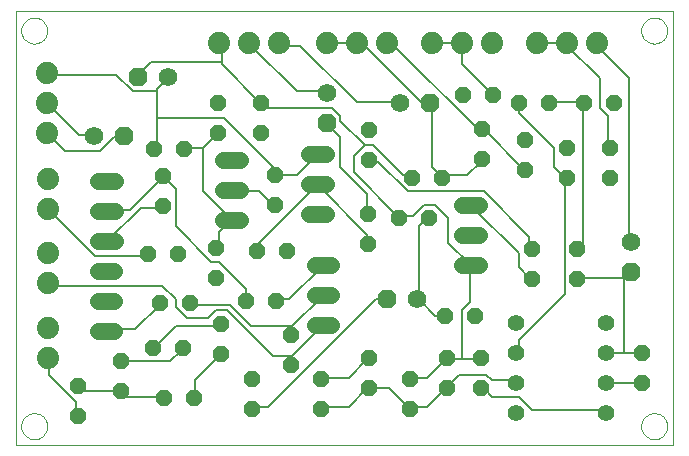
<source format=gtl>
G75*
%MOIN*%
%OFA0B0*%
%FSLAX24Y24*%
%IPPOS*%
%LPD*%
%AMOC8*
5,1,8,0,0,1.08239X$1,22.5*
%
%ADD10C,0.0000*%
%ADD11C,0.0740*%
%ADD12OC8,0.0560*%
%ADD13OC8,0.0620*%
%ADD14C,0.0620*%
%ADD15C,0.0560*%
%ADD16C,0.0560*%
%ADD17C,0.0080*%
D10*
X000522Y000180D02*
X000522Y014656D01*
X022411Y014656D01*
X022411Y000180D01*
X000522Y000180D01*
X000679Y000810D02*
X000681Y000851D01*
X000687Y000892D01*
X000697Y000932D01*
X000710Y000971D01*
X000727Y001008D01*
X000748Y001044D01*
X000772Y001078D01*
X000799Y001109D01*
X000828Y001137D01*
X000861Y001163D01*
X000895Y001185D01*
X000932Y001204D01*
X000970Y001219D01*
X001010Y001231D01*
X001050Y001239D01*
X001091Y001243D01*
X001133Y001243D01*
X001174Y001239D01*
X001214Y001231D01*
X001254Y001219D01*
X001292Y001204D01*
X001328Y001185D01*
X001363Y001163D01*
X001396Y001137D01*
X001425Y001109D01*
X001452Y001078D01*
X001476Y001044D01*
X001497Y001008D01*
X001514Y000971D01*
X001527Y000932D01*
X001537Y000892D01*
X001543Y000851D01*
X001545Y000810D01*
X001543Y000769D01*
X001537Y000728D01*
X001527Y000688D01*
X001514Y000649D01*
X001497Y000612D01*
X001476Y000576D01*
X001452Y000542D01*
X001425Y000511D01*
X001396Y000483D01*
X001363Y000457D01*
X001329Y000435D01*
X001292Y000416D01*
X001254Y000401D01*
X001214Y000389D01*
X001174Y000381D01*
X001133Y000377D01*
X001091Y000377D01*
X001050Y000381D01*
X001010Y000389D01*
X000970Y000401D01*
X000932Y000416D01*
X000896Y000435D01*
X000861Y000457D01*
X000828Y000483D01*
X000799Y000511D01*
X000772Y000542D01*
X000748Y000576D01*
X000727Y000612D01*
X000710Y000649D01*
X000697Y000688D01*
X000687Y000728D01*
X000681Y000769D01*
X000679Y000810D01*
X000679Y013999D02*
X000681Y014040D01*
X000687Y014081D01*
X000697Y014121D01*
X000710Y014160D01*
X000727Y014197D01*
X000748Y014233D01*
X000772Y014267D01*
X000799Y014298D01*
X000828Y014326D01*
X000861Y014352D01*
X000895Y014374D01*
X000932Y014393D01*
X000970Y014408D01*
X001010Y014420D01*
X001050Y014428D01*
X001091Y014432D01*
X001133Y014432D01*
X001174Y014428D01*
X001214Y014420D01*
X001254Y014408D01*
X001292Y014393D01*
X001328Y014374D01*
X001363Y014352D01*
X001396Y014326D01*
X001425Y014298D01*
X001452Y014267D01*
X001476Y014233D01*
X001497Y014197D01*
X001514Y014160D01*
X001527Y014121D01*
X001537Y014081D01*
X001543Y014040D01*
X001545Y013999D01*
X001543Y013958D01*
X001537Y013917D01*
X001527Y013877D01*
X001514Y013838D01*
X001497Y013801D01*
X001476Y013765D01*
X001452Y013731D01*
X001425Y013700D01*
X001396Y013672D01*
X001363Y013646D01*
X001329Y013624D01*
X001292Y013605D01*
X001254Y013590D01*
X001214Y013578D01*
X001174Y013570D01*
X001133Y013566D01*
X001091Y013566D01*
X001050Y013570D01*
X001010Y013578D01*
X000970Y013590D01*
X000932Y013605D01*
X000896Y013624D01*
X000861Y013646D01*
X000828Y013672D01*
X000799Y013700D01*
X000772Y013731D01*
X000748Y013765D01*
X000727Y013801D01*
X000710Y013838D01*
X000697Y013877D01*
X000687Y013917D01*
X000681Y013958D01*
X000679Y013999D01*
X021348Y013999D02*
X021350Y014040D01*
X021356Y014081D01*
X021366Y014121D01*
X021379Y014160D01*
X021396Y014197D01*
X021417Y014233D01*
X021441Y014267D01*
X021468Y014298D01*
X021497Y014326D01*
X021530Y014352D01*
X021564Y014374D01*
X021601Y014393D01*
X021639Y014408D01*
X021679Y014420D01*
X021719Y014428D01*
X021760Y014432D01*
X021802Y014432D01*
X021843Y014428D01*
X021883Y014420D01*
X021923Y014408D01*
X021961Y014393D01*
X021997Y014374D01*
X022032Y014352D01*
X022065Y014326D01*
X022094Y014298D01*
X022121Y014267D01*
X022145Y014233D01*
X022166Y014197D01*
X022183Y014160D01*
X022196Y014121D01*
X022206Y014081D01*
X022212Y014040D01*
X022214Y013999D01*
X022212Y013958D01*
X022206Y013917D01*
X022196Y013877D01*
X022183Y013838D01*
X022166Y013801D01*
X022145Y013765D01*
X022121Y013731D01*
X022094Y013700D01*
X022065Y013672D01*
X022032Y013646D01*
X021998Y013624D01*
X021961Y013605D01*
X021923Y013590D01*
X021883Y013578D01*
X021843Y013570D01*
X021802Y013566D01*
X021760Y013566D01*
X021719Y013570D01*
X021679Y013578D01*
X021639Y013590D01*
X021601Y013605D01*
X021565Y013624D01*
X021530Y013646D01*
X021497Y013672D01*
X021468Y013700D01*
X021441Y013731D01*
X021417Y013765D01*
X021396Y013801D01*
X021379Y013838D01*
X021366Y013877D01*
X021356Y013917D01*
X021350Y013958D01*
X021348Y013999D01*
X021348Y000810D02*
X021350Y000851D01*
X021356Y000892D01*
X021366Y000932D01*
X021379Y000971D01*
X021396Y001008D01*
X021417Y001044D01*
X021441Y001078D01*
X021468Y001109D01*
X021497Y001137D01*
X021530Y001163D01*
X021564Y001185D01*
X021601Y001204D01*
X021639Y001219D01*
X021679Y001231D01*
X021719Y001239D01*
X021760Y001243D01*
X021802Y001243D01*
X021843Y001239D01*
X021883Y001231D01*
X021923Y001219D01*
X021961Y001204D01*
X021997Y001185D01*
X022032Y001163D01*
X022065Y001137D01*
X022094Y001109D01*
X022121Y001078D01*
X022145Y001044D01*
X022166Y001008D01*
X022183Y000971D01*
X022196Y000932D01*
X022206Y000892D01*
X022212Y000851D01*
X022214Y000810D01*
X022212Y000769D01*
X022206Y000728D01*
X022196Y000688D01*
X022183Y000649D01*
X022166Y000612D01*
X022145Y000576D01*
X022121Y000542D01*
X022094Y000511D01*
X022065Y000483D01*
X022032Y000457D01*
X021998Y000435D01*
X021961Y000416D01*
X021923Y000401D01*
X021883Y000389D01*
X021843Y000381D01*
X021802Y000377D01*
X021760Y000377D01*
X021719Y000381D01*
X021679Y000389D01*
X021639Y000401D01*
X021601Y000416D01*
X021565Y000435D01*
X021530Y000457D01*
X021497Y000483D01*
X021468Y000511D01*
X021441Y000542D01*
X021417Y000576D01*
X021396Y000612D01*
X021379Y000649D01*
X021366Y000688D01*
X021356Y000728D01*
X021350Y000769D01*
X021348Y000810D01*
D11*
X019868Y013574D03*
X018868Y013574D03*
X017868Y013574D03*
X016368Y013574D03*
X015368Y013574D03*
X014368Y013574D03*
X012868Y013574D03*
X011868Y013574D03*
X010868Y013574D03*
X009289Y013574D03*
X008289Y013574D03*
X007289Y013574D03*
X001545Y012574D03*
X001545Y011574D03*
X001545Y010574D03*
X001585Y009054D03*
X001585Y008054D03*
X001585Y006574D03*
X001585Y005574D03*
X001585Y004093D03*
X001585Y003093D03*
D12*
X002588Y002145D03*
X004022Y001971D03*
X004022Y002971D03*
X005088Y003404D03*
X006088Y003404D03*
X007325Y003204D03*
X008360Y002377D03*
X009683Y002845D03*
X010659Y002377D03*
X010659Y001377D03*
X012281Y002086D03*
X012281Y003086D03*
X013632Y002377D03*
X014872Y002086D03*
X016014Y002086D03*
X016014Y003086D03*
X014872Y003086D03*
X014817Y004495D03*
X015817Y004495D03*
X017707Y005711D03*
X017707Y006711D03*
X019214Y006711D03*
X019214Y005711D03*
X021380Y003263D03*
X021380Y002263D03*
X013632Y001377D03*
X009683Y003845D03*
X009179Y004975D03*
X008179Y004975D03*
X007325Y004204D03*
X006313Y004904D03*
X005313Y004904D03*
X007191Y005751D03*
X005911Y006562D03*
X004911Y006562D03*
X005403Y008137D03*
X005403Y009137D03*
X005116Y010050D03*
X006116Y010050D03*
X007250Y010589D03*
X007250Y011589D03*
X008667Y011601D03*
X008667Y010601D03*
X009140Y009168D03*
X009140Y008168D03*
X007191Y006751D03*
X008553Y006641D03*
X009553Y006641D03*
X012234Y006900D03*
X013266Y007747D03*
X012234Y007900D03*
X013707Y009101D03*
X014707Y009101D03*
X016045Y009708D03*
X017478Y009357D03*
X018864Y009074D03*
X018864Y010074D03*
X017478Y010357D03*
X016045Y010708D03*
X017258Y011574D03*
X016403Y011861D03*
X015403Y011861D03*
X018258Y011574D03*
X019455Y011574D03*
X020455Y011574D03*
X020309Y010074D03*
X020309Y009074D03*
X014266Y007747D03*
X012258Y009676D03*
X012258Y010676D03*
X006443Y001735D03*
X005443Y001735D03*
X002588Y001145D03*
X008360Y001377D03*
D13*
X012864Y005046D03*
X021018Y005952D03*
X014313Y011574D03*
X010868Y010912D03*
X004565Y012440D03*
X004120Y010491D03*
D14*
X003120Y010491D03*
X005565Y012440D03*
X010868Y011912D03*
X013313Y011574D03*
X021018Y006952D03*
X013864Y005046D03*
D15*
X017183Y004267D03*
X017183Y003267D03*
X017183Y002267D03*
X017183Y001267D03*
X020183Y001267D03*
X020183Y002267D03*
X020183Y003267D03*
X020183Y004267D03*
D16*
X015935Y006180D02*
X015375Y006180D01*
X015375Y007180D02*
X015935Y007180D01*
X015935Y008180D02*
X015375Y008180D01*
X011018Y006196D02*
X010458Y006196D01*
X010458Y005196D02*
X011018Y005196D01*
X011018Y004196D02*
X010458Y004196D01*
X007959Y007680D02*
X007399Y007680D01*
X007399Y008680D02*
X007959Y008680D01*
X007959Y009680D02*
X007399Y009680D01*
X010281Y009869D02*
X010841Y009869D01*
X010841Y008869D02*
X010281Y008869D01*
X010281Y007869D02*
X010841Y007869D01*
X003798Y007979D02*
X003238Y007979D01*
X003238Y006979D02*
X003798Y006979D01*
X003790Y005971D02*
X003230Y005971D01*
X003230Y004971D02*
X003790Y004971D01*
X003790Y003971D02*
X003230Y003971D01*
X003238Y008979D02*
X003798Y008979D01*
D17*
X004662Y008100D02*
X003582Y007020D01*
X003518Y006979D01*
X003132Y006480D02*
X001602Y008010D01*
X001585Y008054D01*
X003518Y007979D02*
X003582Y008010D01*
X004302Y008010D01*
X005382Y009090D01*
X005403Y009137D01*
X005472Y009090D01*
X005832Y008730D01*
X005832Y007470D01*
X007002Y006300D01*
X007272Y006300D01*
X008172Y005400D01*
X008172Y005040D01*
X008179Y004975D01*
X007632Y004860D02*
X008352Y004140D01*
X009702Y004140D01*
X010692Y005130D01*
X010738Y005196D01*
X010692Y006120D02*
X009612Y005040D01*
X009252Y005040D01*
X009179Y004975D01*
X009702Y004140D02*
X009702Y003870D01*
X009683Y003845D01*
X009702Y003150D02*
X009072Y003150D01*
X007542Y004680D01*
X007182Y004680D01*
X006912Y004410D01*
X006192Y004410D01*
X005832Y004770D01*
X005832Y005040D01*
X005382Y005490D01*
X001602Y005490D01*
X001585Y005574D01*
X003132Y006480D02*
X004842Y006480D01*
X004911Y006562D01*
X004662Y008100D02*
X005382Y008100D01*
X005403Y008137D01*
X006732Y008640D02*
X006732Y010080D01*
X007182Y010530D01*
X007250Y010589D01*
X007452Y011070D02*
X009072Y009450D01*
X009072Y009180D01*
X009140Y009168D01*
X009162Y009180D01*
X009882Y009180D01*
X010512Y009810D01*
X010561Y009869D01*
X011322Y009450D02*
X011322Y010440D01*
X010872Y010890D01*
X010868Y010912D01*
X011322Y010980D02*
X011322Y011160D01*
X011052Y011430D01*
X008802Y011430D01*
X008712Y011520D01*
X008667Y011601D01*
X008622Y011610D01*
X007362Y012870D01*
X007362Y012960D01*
X005022Y012960D01*
X004572Y012510D01*
X004565Y012440D01*
X004392Y011970D02*
X005202Y011970D01*
X005202Y011070D01*
X007452Y011070D01*
X006732Y010080D02*
X006192Y010080D01*
X006116Y010050D01*
X005202Y010080D02*
X005116Y010050D01*
X005202Y010080D02*
X005202Y011070D01*
X004120Y010491D02*
X004032Y010440D01*
X003762Y010440D01*
X003312Y009990D01*
X002142Y009990D01*
X001602Y010530D01*
X001545Y010574D01*
X001602Y011520D02*
X002592Y010530D01*
X003042Y010530D01*
X003120Y010491D01*
X001602Y011520D02*
X001545Y011574D01*
X001602Y012510D02*
X001545Y012574D01*
X001602Y012510D02*
X003852Y012510D01*
X004392Y011970D01*
X005202Y011970D02*
X005202Y012060D01*
X005562Y012420D01*
X005565Y012440D01*
X007362Y012960D02*
X007362Y013500D01*
X007289Y013574D01*
X008289Y013574D02*
X008352Y013500D01*
X009882Y011970D01*
X010782Y011970D01*
X010868Y011912D01*
X011862Y011610D02*
X009972Y013500D01*
X009342Y013500D01*
X009289Y013574D01*
X010868Y013574D02*
X010872Y013590D01*
X011862Y013590D01*
X011868Y013574D01*
X011952Y013500D01*
X012132Y013500D01*
X014022Y011610D01*
X014292Y011610D01*
X014313Y011574D01*
X014382Y011520D01*
X014382Y009450D01*
X014652Y009180D01*
X014707Y009101D01*
X014742Y009180D01*
X015552Y009180D01*
X016002Y009630D01*
X016045Y009708D01*
X016002Y010620D02*
X016045Y010708D01*
X016092Y010710D01*
X017442Y009360D01*
X017478Y009357D01*
X018432Y009450D02*
X018792Y009090D01*
X018864Y009074D01*
X018792Y009000D01*
X018792Y005220D01*
X017262Y003690D01*
X017262Y003330D01*
X017183Y003267D01*
X016362Y002340D02*
X016182Y002520D01*
X015282Y002520D01*
X014922Y002160D01*
X014872Y002086D01*
X014832Y002070D01*
X014202Y001440D01*
X013662Y001440D01*
X013632Y001377D01*
X013572Y001440D01*
X012942Y002070D01*
X012312Y002070D01*
X012281Y002086D01*
X012222Y002070D01*
X011592Y001440D01*
X010692Y001440D01*
X010659Y001377D01*
X010659Y002377D02*
X010692Y002430D01*
X011592Y002430D01*
X012222Y003060D01*
X012281Y003086D01*
X013632Y002377D02*
X013662Y002430D01*
X014202Y002430D01*
X014832Y003060D01*
X014872Y003086D01*
X014922Y003060D01*
X015372Y003060D01*
X015372Y004680D01*
X015642Y004950D01*
X015642Y006120D01*
X015655Y006180D01*
X015642Y006210D01*
X014922Y006930D01*
X014922Y007740D01*
X014472Y008190D01*
X014112Y008190D01*
X013752Y007830D01*
X013302Y007830D01*
X013266Y007747D01*
X013212Y007830D01*
X011772Y009270D01*
X011772Y009810D01*
X012132Y010170D01*
X011322Y010980D01*
X011862Y011610D02*
X013302Y011610D01*
X013313Y011574D01*
X012402Y010170D02*
X012132Y010170D01*
X012402Y010170D02*
X013392Y009180D01*
X013662Y009180D01*
X013707Y009101D01*
X013572Y008640D02*
X016092Y008640D01*
X017622Y007110D01*
X017622Y006750D01*
X017707Y006711D01*
X017262Y006570D02*
X017262Y006120D01*
X017622Y005760D01*
X017707Y005711D01*
X017262Y006570D02*
X015732Y008100D01*
X015655Y008180D01*
X014742Y009090D02*
X014707Y009101D01*
X013572Y008640D02*
X012582Y009630D01*
X012312Y009630D01*
X012258Y009676D01*
X011322Y009450D02*
X012222Y008550D01*
X012222Y007920D01*
X012234Y007900D01*
X012222Y007200D02*
X010602Y008820D01*
X010561Y008869D01*
X010512Y008820D01*
X008622Y006930D01*
X008622Y006660D01*
X008553Y006641D01*
X007272Y006840D02*
X007272Y007290D01*
X007632Y007650D01*
X007679Y007680D01*
X007632Y007740D01*
X006732Y008640D01*
X007679Y008680D02*
X007722Y008640D01*
X008622Y008640D01*
X009072Y008190D01*
X009140Y008168D01*
X007272Y006840D02*
X007191Y006751D01*
X007632Y004860D02*
X006372Y004860D01*
X006313Y004904D01*
X005313Y004904D02*
X005292Y004860D01*
X004482Y004050D01*
X003582Y004050D01*
X003510Y003971D01*
X004022Y002971D02*
X004032Y002970D01*
X005652Y002970D01*
X006012Y003330D01*
X006088Y003404D01*
X005832Y004140D02*
X005112Y003420D01*
X005088Y003404D01*
X005832Y004140D02*
X007272Y004140D01*
X007325Y004204D01*
X007325Y003204D02*
X007272Y003150D01*
X006462Y002340D01*
X006462Y001800D01*
X006443Y001735D01*
X005443Y001735D02*
X005382Y001800D01*
X004122Y001800D01*
X004032Y001890D01*
X004022Y001971D01*
X003942Y001980D01*
X002682Y001980D01*
X002592Y002070D01*
X002588Y002145D01*
X002502Y001620D02*
X001602Y002520D01*
X001602Y003060D01*
X001585Y003093D01*
X002502Y001620D02*
X002502Y001170D01*
X002588Y001145D01*
X008360Y001377D02*
X008442Y001440D01*
X008892Y001440D01*
X012492Y005040D01*
X012852Y005040D01*
X012864Y005046D01*
X013864Y005046D02*
X013932Y005130D01*
X013932Y007470D01*
X014202Y007740D01*
X014266Y007747D01*
X012222Y007200D02*
X012222Y006930D01*
X012234Y006900D01*
X010738Y006196D02*
X010692Y006120D01*
X010738Y004196D02*
X010692Y004140D01*
X009702Y003150D01*
X009702Y002880D01*
X009683Y002845D01*
X013864Y005046D02*
X013932Y005040D01*
X014472Y004500D01*
X014742Y004500D01*
X014817Y004495D01*
X015372Y003060D02*
X016002Y003060D01*
X016014Y003086D01*
X016362Y002340D02*
X017172Y002340D01*
X017183Y002267D01*
X017262Y001800D02*
X016362Y001800D01*
X016092Y002070D01*
X016014Y002086D01*
X017262Y001800D02*
X017712Y001350D01*
X020142Y001350D01*
X020183Y001267D01*
X020232Y002250D02*
X020183Y002267D01*
X020232Y002250D02*
X021312Y002250D01*
X021380Y002263D01*
X021312Y003240D02*
X020772Y003240D01*
X020772Y005760D01*
X021018Y005952D01*
X020952Y005940D01*
X020772Y005760D01*
X019242Y005760D01*
X019214Y005711D01*
X019214Y006711D02*
X019242Y006750D01*
X019422Y006930D01*
X019422Y011520D01*
X019455Y011574D01*
X019512Y011610D01*
X019455Y011574D02*
X019422Y011610D01*
X018342Y011610D01*
X018258Y011574D01*
X017262Y011520D02*
X017262Y011250D01*
X018432Y010080D01*
X018432Y009450D01*
X020232Y010080D02*
X020309Y010074D01*
X020232Y010080D02*
X020232Y011160D01*
X019962Y011430D01*
X019962Y012420D01*
X018882Y013500D01*
X018868Y013574D01*
X018792Y013590D01*
X017892Y013590D01*
X017868Y013574D01*
X019868Y013574D02*
X019872Y013500D01*
X020952Y012420D01*
X020952Y007020D01*
X021018Y006952D01*
X021380Y003263D02*
X021312Y003240D01*
X020772Y003240D02*
X020232Y003240D01*
X020183Y003267D01*
X016002Y010620D02*
X013122Y013500D01*
X012942Y013500D01*
X012868Y013574D01*
X014368Y013574D02*
X014382Y013590D01*
X015282Y013590D01*
X015368Y013574D01*
X015372Y013500D01*
X015372Y012870D01*
X016362Y011880D01*
X016403Y011861D01*
X017258Y011574D02*
X017262Y011520D01*
M02*

</source>
